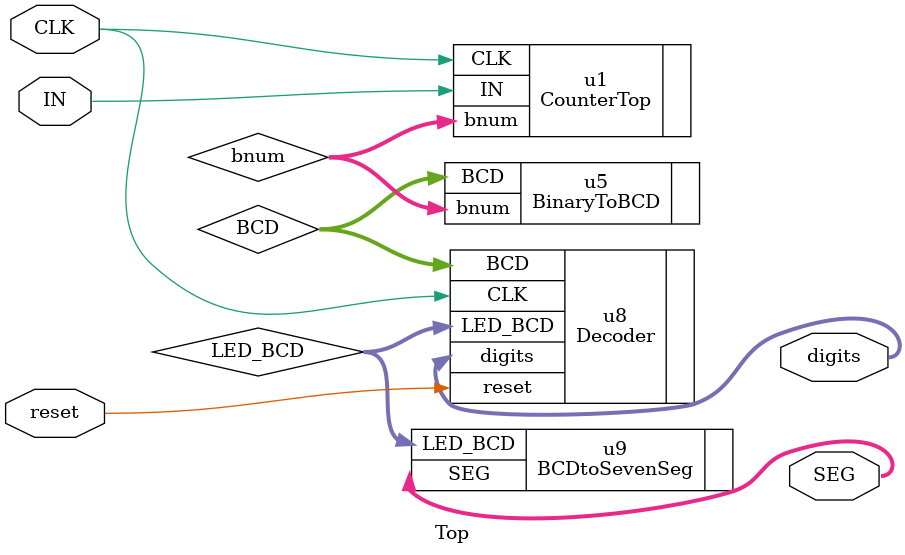
<source format=v>


module Top(
    input IN,
    input CLK, 
    input reset,
    output [3:0]digits,
    output [6:0] SEG 
);

wire [19:0]bnum;
wire [1:0]countout;
wire [15:0] BCD;
wire [3:0] LED_BCD;



CounterTop u1(
    .IN(IN),
    .CLK(CLK),
    .bnum(bnum)
);

BinaryToBCD u5(
    .bnum(bnum),
    .BCD(BCD)
);



    
Decoder u8(
    .CLK(CLK),
    .reset(reset),
    .BCD(BCD),
    .digits(digits),
    .LED_BCD(LED_BCD)
    );
    
BCDtoSevenSeg u9(
    .LED_BCD(LED_BCD),
    .SEG(SEG)
    );
       
endmodule
</source>
